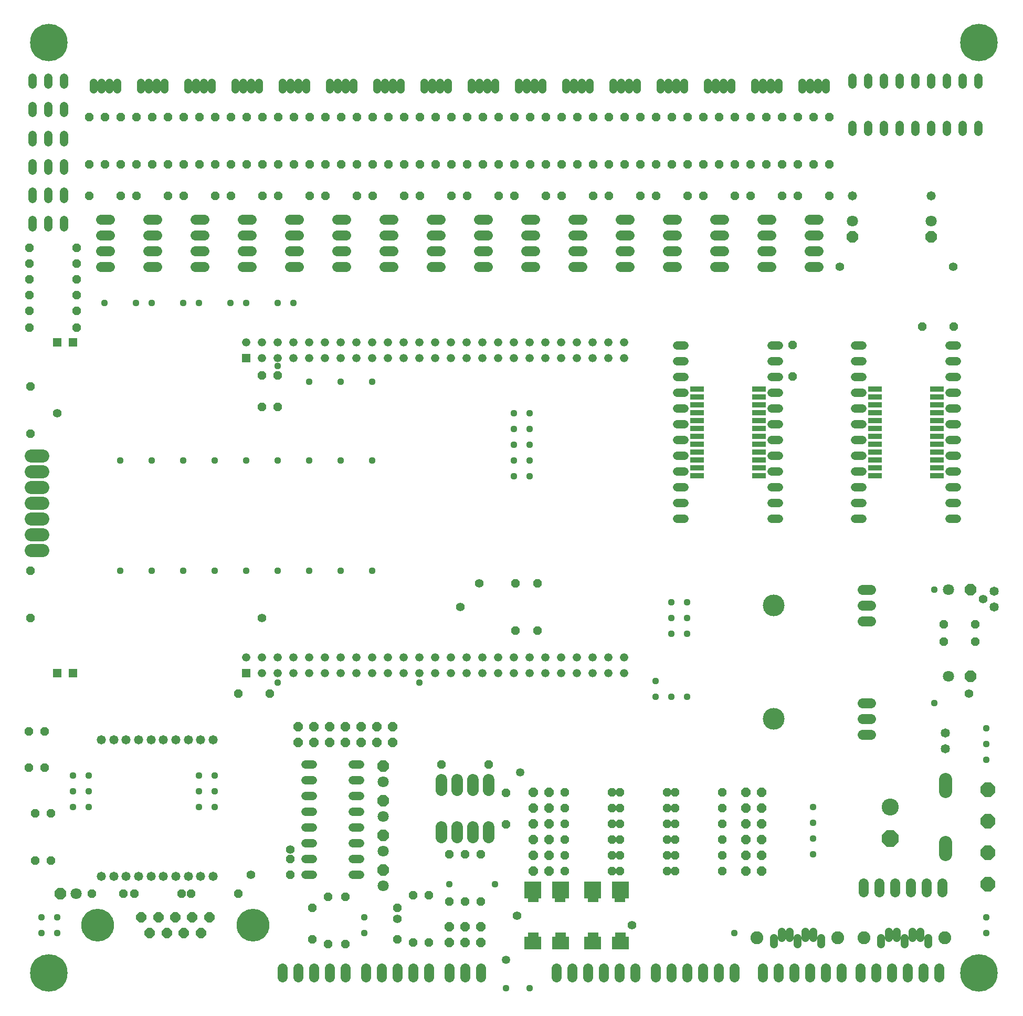
<source format=gbr>
G75*
%MOIN*%
%OFA0B0*%
%FSLAX24Y24*%
%IPPOS*%
%LPD*%
%AMOC8*
5,1,8,0,0,1.08239X$1,22.5*
%
%ADD10R,0.0521X0.0521*%
%ADD11C,0.0521*%
%ADD12C,0.0640*%
%ADD13OC8,0.0528*%
%ADD14C,0.0580*%
%ADD15OC8,0.0710*%
%ADD16C,0.0710*%
%ADD17C,0.1380*%
%ADD18C,0.0584*%
%ADD19OC8,0.0940*%
%ADD20R,0.0880X0.0340*%
%ADD21C,0.0528*%
%ADD22C,0.0500*%
%ADD23C,0.1080*%
%ADD24OC8,0.1080*%
%ADD25C,0.2380*%
%ADD26OC8,0.0584*%
%ADD27C,0.0486*%
%ADD28C,0.0822*%
%ADD29C,0.0740*%
%ADD30OC8,0.0640*%
%ADD31C,0.2080*%
%ADD32C,0.0840*%
%ADD33C,0.0820*%
%ADD34R,0.0686X0.0686*%
%ADD35R,0.1064X0.0789*%
%ADD36R,0.1064X0.1064*%
%ADD37C,0.0530*%
%ADD38C,0.0440*%
%ADD39C,0.0560*%
D10*
X004862Y023190D03*
X005862Y023190D03*
X016862Y023190D03*
X016862Y043190D03*
X005862Y044190D03*
X004862Y044190D03*
D11*
X016862Y044190D03*
X017862Y044190D03*
X018862Y044190D03*
X018862Y043190D03*
X017862Y043190D03*
X019862Y043190D03*
X020862Y043190D03*
X020862Y044190D03*
X019862Y044190D03*
X021862Y044190D03*
X022862Y044190D03*
X022862Y043190D03*
X021862Y043190D03*
X023862Y043190D03*
X024862Y043190D03*
X024862Y044190D03*
X023862Y044190D03*
X025862Y044190D03*
X026862Y044190D03*
X026862Y043190D03*
X025862Y043190D03*
X027862Y043190D03*
X028862Y043190D03*
X028862Y044190D03*
X027862Y044190D03*
X029862Y044190D03*
X030862Y044190D03*
X030862Y043190D03*
X029862Y043190D03*
X031862Y043190D03*
X032862Y043190D03*
X032862Y044190D03*
X031862Y044190D03*
X033862Y044190D03*
X034862Y044190D03*
X034862Y043190D03*
X033862Y043190D03*
X035862Y043190D03*
X036862Y043190D03*
X037862Y043190D03*
X037862Y044190D03*
X036862Y044190D03*
X035862Y044190D03*
X038862Y044190D03*
X039862Y044190D03*
X039862Y043190D03*
X038862Y043190D03*
X040862Y043190D03*
X040862Y044190D03*
X040862Y024190D03*
X040862Y023190D03*
X039862Y023190D03*
X038862Y023190D03*
X038862Y024190D03*
X039862Y024190D03*
X037862Y024190D03*
X036862Y024190D03*
X035862Y024190D03*
X035862Y023190D03*
X036862Y023190D03*
X037862Y023190D03*
X034862Y023190D03*
X033862Y023190D03*
X033862Y024190D03*
X034862Y024190D03*
X032862Y024190D03*
X031862Y024190D03*
X031862Y023190D03*
X032862Y023190D03*
X030862Y023190D03*
X029862Y023190D03*
X029862Y024190D03*
X030862Y024190D03*
X028862Y024190D03*
X027862Y024190D03*
X027862Y023190D03*
X028862Y023190D03*
X026862Y023190D03*
X025862Y023190D03*
X025862Y024190D03*
X026862Y024190D03*
X024862Y024190D03*
X023862Y024190D03*
X023862Y023190D03*
X024862Y023190D03*
X022862Y023190D03*
X021862Y023190D03*
X021862Y024190D03*
X022862Y024190D03*
X020862Y024190D03*
X019862Y024190D03*
X019862Y023190D03*
X020862Y023190D03*
X018862Y023190D03*
X017862Y023190D03*
X017862Y024190D03*
X018862Y024190D03*
X016862Y024190D03*
D12*
X019162Y004470D02*
X019162Y003910D01*
X020162Y003910D02*
X020162Y004470D01*
X021162Y004470D02*
X021162Y003910D01*
X022162Y003910D02*
X022162Y004470D01*
X023162Y004470D02*
X023162Y003910D01*
X024462Y003910D02*
X024462Y004470D01*
X025462Y004470D02*
X025462Y003910D01*
X026462Y003910D02*
X026462Y004470D01*
X027462Y004470D02*
X027462Y003910D01*
X028462Y003910D02*
X028462Y004470D01*
X029762Y004470D02*
X029762Y003910D01*
X030762Y003910D02*
X030762Y004470D01*
X031762Y004470D02*
X031762Y003910D01*
X036562Y003910D02*
X036562Y004470D01*
X037562Y004470D02*
X037562Y003910D01*
X038562Y003910D02*
X038562Y004470D01*
X039562Y004470D02*
X039562Y003910D01*
X040562Y003910D02*
X040562Y004470D01*
X041562Y004470D02*
X041562Y003910D01*
X042862Y003910D02*
X042862Y004470D01*
X043862Y004470D02*
X043862Y003910D01*
X044862Y003910D02*
X044862Y004470D01*
X045862Y004470D02*
X045862Y003910D01*
X046862Y003910D02*
X046862Y004470D01*
X047862Y004470D02*
X047862Y003910D01*
X049662Y003910D02*
X049662Y004470D01*
X050662Y004470D02*
X050662Y003910D01*
X051662Y003910D02*
X051662Y004470D01*
X052662Y004470D02*
X052662Y003910D01*
X053662Y003910D02*
X053662Y004470D01*
X054662Y004470D02*
X054662Y003910D01*
X055862Y003910D02*
X055862Y004470D01*
X056862Y004470D02*
X056862Y003910D01*
X057862Y003910D02*
X057862Y004470D01*
X058862Y004470D02*
X058862Y003910D01*
X059862Y003910D02*
X059862Y004470D01*
X060862Y004470D02*
X060862Y003910D01*
X061062Y009310D02*
X061062Y009870D01*
X060062Y009870D02*
X060062Y009310D01*
X059062Y009310D02*
X059062Y009870D01*
X058062Y009870D02*
X058062Y009310D01*
X057062Y009310D02*
X057062Y009870D01*
X056062Y009870D02*
X056062Y009310D01*
X055982Y019290D02*
X056542Y019290D01*
X056542Y020290D02*
X055982Y020290D01*
X055982Y021290D02*
X056542Y021290D01*
X056542Y026490D02*
X055982Y026490D01*
X055982Y027490D02*
X056542Y027490D01*
X056542Y028490D02*
X055982Y028490D01*
X053192Y048990D02*
X052632Y048990D01*
X052632Y049990D02*
X053192Y049990D01*
X053192Y050990D02*
X052632Y050990D01*
X052632Y051990D02*
X053192Y051990D01*
X050192Y051990D02*
X049632Y051990D01*
X049632Y050990D02*
X050192Y050990D01*
X050192Y049990D02*
X049632Y049990D01*
X049632Y048990D02*
X050192Y048990D01*
X047192Y048990D02*
X046632Y048990D01*
X046632Y049990D02*
X047192Y049990D01*
X047192Y050990D02*
X046632Y050990D01*
X046632Y051990D02*
X047192Y051990D01*
X044192Y051990D02*
X043632Y051990D01*
X043632Y050990D02*
X044192Y050990D01*
X044192Y049990D02*
X043632Y049990D01*
X043632Y048990D02*
X044192Y048990D01*
X041192Y048990D02*
X040632Y048990D01*
X040632Y049990D02*
X041192Y049990D01*
X041192Y050990D02*
X040632Y050990D01*
X040632Y051990D02*
X041192Y051990D01*
X038192Y051990D02*
X037632Y051990D01*
X037632Y050990D02*
X038192Y050990D01*
X038192Y049990D02*
X037632Y049990D01*
X037632Y048990D02*
X038192Y048990D01*
X035192Y048990D02*
X034632Y048990D01*
X034632Y049990D02*
X035192Y049990D01*
X035192Y050990D02*
X034632Y050990D01*
X034632Y051990D02*
X035192Y051990D01*
X032192Y051990D02*
X031632Y051990D01*
X031632Y050990D02*
X032192Y050990D01*
X032192Y049990D02*
X031632Y049990D01*
X031632Y048990D02*
X032192Y048990D01*
X029192Y048990D02*
X028632Y048990D01*
X028632Y049990D02*
X029192Y049990D01*
X029192Y050990D02*
X028632Y050990D01*
X028632Y051990D02*
X029192Y051990D01*
X026192Y051990D02*
X025632Y051990D01*
X025632Y050990D02*
X026192Y050990D01*
X026192Y049990D02*
X025632Y049990D01*
X025632Y048990D02*
X026192Y048990D01*
X023192Y048990D02*
X022632Y048990D01*
X022632Y049990D02*
X023192Y049990D01*
X023192Y050990D02*
X022632Y050990D01*
X022632Y051990D02*
X023192Y051990D01*
X020192Y051990D02*
X019632Y051990D01*
X019632Y050990D02*
X020192Y050990D01*
X020192Y049990D02*
X019632Y049990D01*
X019632Y048990D02*
X020192Y048990D01*
X017192Y048990D02*
X016632Y048990D01*
X016632Y049990D02*
X017192Y049990D01*
X017192Y050990D02*
X016632Y050990D01*
X016632Y051990D02*
X017192Y051990D01*
X014192Y051990D02*
X013632Y051990D01*
X013632Y050990D02*
X014192Y050990D01*
X014192Y049990D02*
X013632Y049990D01*
X013632Y048990D02*
X014192Y048990D01*
X011192Y048990D02*
X010632Y048990D01*
X010632Y049990D02*
X011192Y049990D01*
X011192Y050990D02*
X010632Y050990D01*
X010632Y051990D02*
X011192Y051990D01*
X008192Y051990D02*
X007632Y051990D01*
X007632Y050990D02*
X008192Y050990D01*
X008192Y049990D02*
X007632Y049990D01*
X007632Y048990D02*
X008192Y048990D01*
D13*
X006112Y049190D03*
X006112Y048190D03*
X006112Y047190D03*
X006112Y046190D03*
X006112Y045140D03*
X003112Y045140D03*
X003112Y046190D03*
X003112Y047190D03*
X003112Y048190D03*
X003112Y049190D03*
X003112Y050190D03*
X006112Y050190D03*
X006912Y053490D03*
X008912Y053490D03*
X009912Y053490D03*
X011912Y053490D03*
X012912Y053490D03*
X014912Y053490D03*
X015912Y053490D03*
X017912Y053490D03*
X018912Y053490D03*
X020912Y053490D03*
X021912Y053490D03*
X023912Y053490D03*
X024912Y053490D03*
X026912Y053490D03*
X027912Y053490D03*
X029912Y053490D03*
X030912Y053490D03*
X032912Y053490D03*
X033912Y053490D03*
X035912Y053490D03*
X036912Y053490D03*
X038912Y053490D03*
X039912Y053490D03*
X041912Y053490D03*
X042912Y053490D03*
X044912Y053490D03*
X045912Y053490D03*
X047912Y053490D03*
X048912Y053490D03*
X050912Y053490D03*
X051912Y053490D03*
X053912Y053490D03*
X053912Y055490D03*
X052912Y055490D03*
X051912Y055490D03*
X050912Y055490D03*
X049912Y055490D03*
X048912Y055490D03*
X047912Y055490D03*
X046912Y055490D03*
X045912Y055490D03*
X044912Y055490D03*
X043912Y055490D03*
X042912Y055490D03*
X041912Y055490D03*
X040912Y055490D03*
X039912Y055490D03*
X038912Y055490D03*
X037912Y055490D03*
X036912Y055490D03*
X035912Y055490D03*
X034912Y055490D03*
X033912Y055490D03*
X032912Y055490D03*
X031912Y055490D03*
X030912Y055490D03*
X029912Y055490D03*
X028912Y055490D03*
X027912Y055490D03*
X026912Y055490D03*
X025912Y055490D03*
X024912Y055490D03*
X023912Y055490D03*
X022912Y055490D03*
X021912Y055490D03*
X020912Y055490D03*
X019912Y055490D03*
X018912Y055490D03*
X017912Y055490D03*
X016912Y055490D03*
X015912Y055490D03*
X014912Y055490D03*
X013912Y055490D03*
X012912Y055490D03*
X011912Y055490D03*
X010912Y055490D03*
X009912Y055490D03*
X008912Y055490D03*
X007912Y055490D03*
X006912Y055490D03*
X006912Y058490D03*
X007912Y058490D03*
X008912Y058490D03*
X009912Y058490D03*
X010912Y058490D03*
X011912Y058490D03*
X012912Y058490D03*
X013912Y058490D03*
X014912Y058490D03*
X015912Y058490D03*
X016912Y058490D03*
X017912Y058490D03*
X018912Y058490D03*
X019912Y058490D03*
X020912Y058490D03*
X021912Y058490D03*
X022912Y058490D03*
X023912Y058490D03*
X024912Y058490D03*
X025912Y058490D03*
X026912Y058490D03*
X027912Y058490D03*
X028912Y058490D03*
X029912Y058490D03*
X030912Y058490D03*
X031912Y058490D03*
X032912Y058490D03*
X033912Y058490D03*
X034912Y058490D03*
X035912Y058490D03*
X036912Y058490D03*
X037912Y058490D03*
X038912Y058490D03*
X039912Y058490D03*
X040912Y058490D03*
X041912Y058490D03*
X042912Y058490D03*
X043912Y058490D03*
X044912Y058490D03*
X045912Y058490D03*
X046912Y058490D03*
X047912Y058490D03*
X048912Y058490D03*
X049912Y058490D03*
X050912Y058490D03*
X051912Y058490D03*
X052912Y058490D03*
X053912Y058490D03*
X059812Y045190D03*
X061812Y045190D03*
X051562Y044040D03*
X051562Y042040D03*
X061162Y026290D03*
X061162Y025190D03*
X063162Y025190D03*
X063162Y026290D03*
X047112Y015640D03*
X047112Y014640D03*
X047112Y013640D03*
X047112Y012640D03*
X047112Y011640D03*
X047112Y010640D03*
X044112Y010640D03*
X043612Y010640D03*
X043612Y011640D03*
X044112Y011640D03*
X044112Y012640D03*
X043612Y012640D03*
X043612Y013640D03*
X044112Y013640D03*
X044112Y014640D03*
X043612Y014640D03*
X043612Y015640D03*
X044112Y015640D03*
X040612Y015640D03*
X040112Y015640D03*
X040112Y014640D03*
X040612Y014640D03*
X040612Y013640D03*
X040112Y013640D03*
X040112Y012640D03*
X040612Y012640D03*
X040612Y011640D03*
X040112Y011640D03*
X040112Y010640D03*
X040612Y010640D03*
X037112Y010640D03*
X037112Y011640D03*
X037112Y012640D03*
X037112Y013640D03*
X037112Y014640D03*
X037112Y015640D03*
X033362Y015590D03*
X032262Y017390D03*
X029262Y017390D03*
X033362Y013590D03*
X031762Y011690D03*
X030762Y011690D03*
X029762Y011690D03*
X028462Y009090D03*
X027462Y009090D03*
X026462Y008290D03*
X026462Y006290D03*
X027462Y006090D03*
X028462Y006090D03*
X029762Y008690D03*
X030762Y008690D03*
X031762Y008690D03*
X023162Y008990D03*
X022062Y008990D03*
X021062Y008290D03*
X021062Y006290D03*
X022062Y005990D03*
X023162Y005990D03*
X019662Y010390D03*
X019662Y011390D03*
X016362Y009190D03*
X013362Y009190D03*
X012762Y009190D03*
X009762Y009190D03*
X009062Y009190D03*
X007062Y009190D03*
X004462Y011290D03*
X003462Y011290D03*
X003462Y014290D03*
X004462Y014290D03*
X004062Y017190D03*
X003062Y017190D03*
X003062Y019490D03*
X004062Y019490D03*
X003162Y026690D03*
X003162Y029690D03*
X003162Y038390D03*
X003162Y041390D03*
X017862Y042090D03*
X018862Y042090D03*
X018862Y040090D03*
X017862Y040090D03*
X033962Y028890D03*
X035362Y028890D03*
X035362Y025890D03*
X033962Y025890D03*
X018362Y021890D03*
X016362Y021890D03*
D14*
X014755Y018971D03*
X013967Y018971D03*
X013180Y018971D03*
X012393Y018971D03*
X011605Y018971D03*
X010818Y018971D03*
X010030Y018971D03*
X009243Y018971D03*
X008456Y018971D03*
X007668Y018971D03*
X007668Y010309D03*
X008456Y010309D03*
X009243Y010309D03*
X010030Y010309D03*
X010818Y010309D03*
X011605Y010309D03*
X012393Y010309D03*
X013180Y010309D03*
X013967Y010309D03*
X014755Y010309D03*
X055362Y053490D03*
X060362Y053490D03*
D15*
X060362Y050890D03*
X055362Y050890D03*
X062862Y028490D03*
X062862Y022990D03*
X025562Y017290D03*
X025562Y015090D03*
X025562Y012890D03*
X025562Y010690D03*
X005062Y009190D03*
D16*
X006062Y009190D03*
X025562Y009690D03*
X025562Y011890D03*
X025562Y014090D03*
X025562Y016290D03*
X055362Y051890D03*
X060362Y051890D03*
X061462Y028490D03*
X061462Y022990D03*
D17*
X050362Y020290D03*
X050362Y027490D03*
D18*
X061262Y019390D03*
X061262Y018390D03*
X064362Y027390D03*
X064362Y028390D03*
D19*
X063962Y015790D03*
X063962Y013790D03*
X063962Y011790D03*
X063962Y009790D03*
D20*
X060742Y035740D03*
X060742Y036240D03*
X060742Y036740D03*
X060742Y037240D03*
X060742Y037740D03*
X060742Y038240D03*
X060742Y038740D03*
X060742Y039240D03*
X060742Y039740D03*
X060742Y040240D03*
X060742Y040740D03*
X060742Y041240D03*
X056782Y041240D03*
X056782Y040740D03*
X056782Y040240D03*
X056782Y039740D03*
X056782Y039240D03*
X056782Y038740D03*
X056782Y038240D03*
X056782Y037740D03*
X056782Y037240D03*
X056782Y036740D03*
X056782Y036240D03*
X056782Y035740D03*
X049442Y035740D03*
X049442Y036240D03*
X049442Y036740D03*
X049442Y037240D03*
X049442Y037740D03*
X049442Y038240D03*
X049442Y038740D03*
X049442Y039240D03*
X049442Y039740D03*
X049442Y040240D03*
X049442Y040740D03*
X049442Y041240D03*
X045482Y041240D03*
X045482Y040740D03*
X045482Y040240D03*
X045482Y039740D03*
X045482Y039240D03*
X045482Y038740D03*
X045482Y038240D03*
X045482Y037740D03*
X045482Y037240D03*
X045482Y036740D03*
X045482Y036240D03*
X045482Y035740D03*
D21*
X044686Y035990D02*
X044238Y035990D01*
X044238Y034990D02*
X044686Y034990D01*
X044686Y033990D02*
X044238Y033990D01*
X044238Y032990D02*
X044686Y032990D01*
X044686Y036990D02*
X044238Y036990D01*
X044238Y037990D02*
X044686Y037990D01*
X044686Y038990D02*
X044238Y038990D01*
X044238Y039990D02*
X044686Y039990D01*
X044686Y040990D02*
X044238Y040990D01*
X044238Y041990D02*
X044686Y041990D01*
X044686Y042990D02*
X044238Y042990D01*
X044238Y043990D02*
X044686Y043990D01*
X050238Y043990D02*
X050686Y043990D01*
X050686Y042990D02*
X050238Y042990D01*
X050238Y041990D02*
X050686Y041990D01*
X050686Y040990D02*
X050238Y040990D01*
X050238Y039990D02*
X050686Y039990D01*
X050686Y038990D02*
X050238Y038990D01*
X050238Y037990D02*
X050686Y037990D01*
X050686Y036990D02*
X050238Y036990D01*
X050238Y035990D02*
X050686Y035990D01*
X050686Y034990D02*
X050238Y034990D01*
X050238Y033990D02*
X050686Y033990D01*
X050686Y032990D02*
X050238Y032990D01*
X055538Y032990D02*
X055986Y032990D01*
X055986Y033990D02*
X055538Y033990D01*
X055538Y034990D02*
X055986Y034990D01*
X055986Y035990D02*
X055538Y035990D01*
X055538Y036990D02*
X055986Y036990D01*
X055986Y037990D02*
X055538Y037990D01*
X055538Y038990D02*
X055986Y038990D01*
X055986Y039990D02*
X055538Y039990D01*
X055538Y040990D02*
X055986Y040990D01*
X055986Y041990D02*
X055538Y041990D01*
X055538Y042990D02*
X055986Y042990D01*
X055986Y043990D02*
X055538Y043990D01*
X061538Y043990D02*
X061986Y043990D01*
X061986Y042990D02*
X061538Y042990D01*
X061538Y041990D02*
X061986Y041990D01*
X061986Y040990D02*
X061538Y040990D01*
X061538Y039990D02*
X061986Y039990D01*
X061986Y038990D02*
X061538Y038990D01*
X061538Y037990D02*
X061986Y037990D01*
X061986Y036990D02*
X061538Y036990D01*
X061538Y035990D02*
X061986Y035990D01*
X061986Y034990D02*
X061538Y034990D01*
X061538Y033990D02*
X061986Y033990D01*
X061986Y032990D02*
X061538Y032990D01*
X061362Y057566D02*
X061362Y058014D01*
X060362Y058014D02*
X060362Y057566D01*
X059362Y057566D02*
X059362Y058014D01*
X058362Y058014D02*
X058362Y057566D01*
X057362Y057566D02*
X057362Y058014D01*
X056362Y058014D02*
X056362Y057566D01*
X055362Y057566D02*
X055362Y058014D01*
X055362Y060566D02*
X055362Y061014D01*
X056362Y061014D02*
X056362Y060566D01*
X057362Y060566D02*
X057362Y061014D01*
X058362Y061014D02*
X058362Y060566D01*
X059362Y060566D02*
X059362Y061014D01*
X060362Y061014D02*
X060362Y060566D01*
X061362Y060566D02*
X061362Y061014D01*
X062362Y061014D02*
X062362Y060566D01*
X063362Y060566D02*
X063362Y061014D01*
X063362Y058014D02*
X063362Y057566D01*
X062362Y057566D02*
X062362Y058014D01*
X024086Y017390D02*
X023638Y017390D01*
X023638Y016390D02*
X024086Y016390D01*
X024086Y015390D02*
X023638Y015390D01*
X023638Y014390D02*
X024086Y014390D01*
X024086Y013390D02*
X023638Y013390D01*
X023638Y012390D02*
X024086Y012390D01*
X024086Y011390D02*
X023638Y011390D01*
X023638Y010390D02*
X024086Y010390D01*
X021086Y010390D02*
X020638Y010390D01*
X020638Y011390D02*
X021086Y011390D01*
X021086Y012390D02*
X020638Y012390D01*
X020638Y013390D02*
X021086Y013390D01*
X021086Y014390D02*
X020638Y014390D01*
X020638Y015390D02*
X021086Y015390D01*
X021086Y016390D02*
X020638Y016390D01*
X020638Y017390D02*
X021086Y017390D01*
X005312Y051516D02*
X005312Y051964D01*
X004312Y051964D02*
X004312Y051516D01*
X003312Y051516D02*
X003312Y051964D01*
X003312Y053316D02*
X003312Y053764D01*
X003312Y055116D02*
X003312Y055564D01*
X004312Y055564D02*
X004312Y055116D01*
X005312Y055116D02*
X005312Y055564D01*
X005312Y056916D02*
X005312Y057364D01*
X004312Y057364D02*
X004312Y056916D01*
X003312Y056916D02*
X003312Y057364D01*
X003312Y058766D02*
X003312Y059214D01*
X004312Y059214D02*
X004312Y058766D01*
X005312Y058766D02*
X005312Y059214D01*
X005312Y060566D02*
X005312Y061014D01*
X004312Y061014D02*
X004312Y060566D01*
X003312Y060566D02*
X003312Y061014D01*
X004312Y053764D02*
X004312Y053316D01*
X005312Y053316D02*
X005312Y053764D01*
D22*
X007162Y060280D02*
X007162Y060700D01*
X007662Y060700D02*
X007662Y060280D01*
X008162Y060280D02*
X008162Y060700D01*
X008662Y060700D02*
X008662Y060280D01*
X010162Y060280D02*
X010162Y060700D01*
X010662Y060700D02*
X010662Y060280D01*
X011162Y060280D02*
X011162Y060700D01*
X011662Y060700D02*
X011662Y060280D01*
X013162Y060280D02*
X013162Y060700D01*
X013662Y060700D02*
X013662Y060280D01*
X014162Y060280D02*
X014162Y060700D01*
X014662Y060700D02*
X014662Y060280D01*
X016162Y060280D02*
X016162Y060700D01*
X016662Y060700D02*
X016662Y060280D01*
X017162Y060280D02*
X017162Y060700D01*
X017662Y060700D02*
X017662Y060280D01*
X019162Y060280D02*
X019162Y060700D01*
X019662Y060700D02*
X019662Y060280D01*
X020162Y060280D02*
X020162Y060700D01*
X020662Y060700D02*
X020662Y060280D01*
X022162Y060280D02*
X022162Y060700D01*
X022662Y060700D02*
X022662Y060280D01*
X023162Y060280D02*
X023162Y060700D01*
X023662Y060700D02*
X023662Y060280D01*
X025162Y060280D02*
X025162Y060700D01*
X025662Y060700D02*
X025662Y060280D01*
X026162Y060280D02*
X026162Y060700D01*
X026662Y060700D02*
X026662Y060280D01*
X028162Y060280D02*
X028162Y060700D01*
X028662Y060700D02*
X028662Y060280D01*
X029162Y060280D02*
X029162Y060700D01*
X029662Y060700D02*
X029662Y060280D01*
X031162Y060280D02*
X031162Y060700D01*
X031662Y060700D02*
X031662Y060280D01*
X032162Y060280D02*
X032162Y060700D01*
X032662Y060700D02*
X032662Y060280D01*
X034162Y060280D02*
X034162Y060700D01*
X034662Y060700D02*
X034662Y060280D01*
X035162Y060280D02*
X035162Y060700D01*
X035662Y060700D02*
X035662Y060280D01*
X037162Y060280D02*
X037162Y060700D01*
X037662Y060700D02*
X037662Y060280D01*
X038162Y060280D02*
X038162Y060700D01*
X038662Y060700D02*
X038662Y060280D01*
X040162Y060280D02*
X040162Y060700D01*
X040662Y060700D02*
X040662Y060280D01*
X041162Y060280D02*
X041162Y060700D01*
X041662Y060700D02*
X041662Y060280D01*
X043162Y060280D02*
X043162Y060700D01*
X043662Y060700D02*
X043662Y060280D01*
X044162Y060280D02*
X044162Y060700D01*
X044662Y060700D02*
X044662Y060280D01*
X046162Y060280D02*
X046162Y060700D01*
X046662Y060700D02*
X046662Y060280D01*
X047162Y060280D02*
X047162Y060700D01*
X047662Y060700D02*
X047662Y060280D01*
X049162Y060280D02*
X049162Y060700D01*
X049662Y060700D02*
X049662Y060280D01*
X050162Y060280D02*
X050162Y060700D01*
X050662Y060700D02*
X050662Y060280D01*
X052162Y060280D02*
X052162Y060700D01*
X052662Y060700D02*
X052662Y060280D01*
X053162Y060280D02*
X053162Y060700D01*
X053662Y060700D02*
X053662Y060280D01*
D23*
X057762Y014690D03*
D24*
X057762Y012690D03*
D25*
X004334Y004162D03*
X004334Y063218D03*
X063389Y063218D03*
X063389Y004162D03*
D26*
X049612Y010640D03*
X049612Y011640D03*
X049612Y012640D03*
X049612Y013640D03*
X049612Y014640D03*
X049612Y015640D03*
X048612Y015640D03*
X048612Y014640D03*
X048612Y013640D03*
X048612Y012640D03*
X048612Y011640D03*
X048612Y010640D03*
X036112Y010640D03*
X036112Y011640D03*
X036112Y012640D03*
X036112Y013640D03*
X036112Y014640D03*
X036112Y015640D03*
X035112Y015640D03*
X035112Y014640D03*
X035112Y013640D03*
X035112Y012640D03*
X035112Y011640D03*
X035112Y010640D03*
X031762Y007090D03*
X031762Y006090D03*
X030762Y006090D03*
X030762Y007090D03*
X029762Y007090D03*
X029762Y006090D03*
X026162Y018790D03*
X025162Y018790D03*
X025162Y019790D03*
X026162Y019790D03*
X024162Y019790D03*
X023162Y019790D03*
X023162Y018790D03*
X024162Y018790D03*
X022162Y018790D03*
X021162Y018790D03*
X021162Y019790D03*
X022162Y019790D03*
X020162Y019790D03*
X020162Y018790D03*
D27*
X050362Y006396D02*
X050362Y005990D01*
X050862Y006384D02*
X050862Y006790D01*
X051362Y006790D02*
X051362Y006384D01*
X051862Y006396D02*
X051862Y005990D01*
X052362Y006384D02*
X052362Y006790D01*
X052862Y006790D02*
X052862Y006384D01*
X053362Y006396D02*
X053362Y005990D01*
X057162Y005990D02*
X057162Y006396D01*
X057662Y006384D02*
X057662Y006790D01*
X058162Y006790D02*
X058162Y006384D01*
X058662Y006396D02*
X058662Y005990D01*
X059162Y006384D02*
X059162Y006790D01*
X059662Y006790D02*
X059662Y006384D01*
X060162Y006396D02*
X060162Y005990D01*
D28*
X061217Y006390D03*
X056107Y006390D03*
X054417Y006390D03*
X049307Y006390D03*
D29*
X032262Y012760D02*
X032262Y013420D01*
X031262Y013420D02*
X031262Y012760D01*
X030262Y012760D02*
X030262Y013420D01*
X029262Y013420D02*
X029262Y012760D01*
X029262Y015760D02*
X029262Y016420D01*
X030262Y016420D02*
X030262Y015760D01*
X031262Y015760D02*
X031262Y016420D01*
X032262Y016420D02*
X032262Y015760D01*
D30*
X014522Y007690D03*
X013982Y006690D03*
X012902Y006690D03*
X013442Y007690D03*
X012362Y007690D03*
X011822Y006690D03*
X011282Y007690D03*
X010202Y007690D03*
X010742Y006690D03*
D31*
X007432Y007190D03*
X017292Y007190D03*
D32*
X061262Y011710D02*
X061262Y012470D01*
X061262Y015710D02*
X061262Y016470D01*
D33*
X003932Y030990D02*
X003192Y030990D01*
X003192Y031990D02*
X003932Y031990D01*
X003932Y032990D02*
X003192Y032990D01*
X003192Y033990D02*
X003932Y033990D01*
X003932Y034990D02*
X003192Y034990D01*
X003192Y035990D02*
X003932Y035990D01*
X003932Y036990D02*
X003192Y036990D01*
D34*
X035095Y008989D03*
X036788Y008989D03*
X038895Y008989D03*
X040588Y008989D03*
X040628Y006391D03*
X038895Y006391D03*
X036828Y006391D03*
X035095Y006391D03*
D35*
X035062Y006054D03*
X036822Y006054D03*
X038862Y006054D03*
X040622Y006054D03*
D36*
X040622Y009444D03*
X038862Y009444D03*
X036822Y009444D03*
X035062Y009444D03*
D37*
X033362Y004990D03*
X034262Y016890D03*
D38*
X027862Y022590D03*
X024862Y029690D03*
X022862Y029690D03*
X020862Y029690D03*
X018862Y029690D03*
X016862Y029690D03*
X014862Y029690D03*
X012862Y029690D03*
X010862Y029690D03*
X008862Y029690D03*
X008862Y036690D03*
X010862Y036690D03*
X012862Y036690D03*
X014862Y036690D03*
X016862Y036690D03*
X018862Y036690D03*
X020862Y036690D03*
X022862Y036690D03*
X024862Y036690D03*
X024862Y041690D03*
X022862Y041690D03*
X020862Y041690D03*
X018862Y042690D03*
X018862Y046690D03*
X019862Y046690D03*
X016862Y046690D03*
X015862Y046690D03*
X013862Y046690D03*
X012862Y046690D03*
X010862Y046690D03*
X009862Y046690D03*
X007862Y046690D03*
X018862Y022590D03*
X014862Y016690D03*
X013862Y016690D03*
X013862Y015690D03*
X014862Y015690D03*
X014862Y014690D03*
X013862Y014690D03*
X006862Y014690D03*
X006862Y015690D03*
X006862Y016690D03*
X005862Y016690D03*
X005862Y015690D03*
X005862Y014690D03*
X004862Y007690D03*
X004862Y006690D03*
X003862Y006690D03*
X003862Y007690D03*
X024362Y007690D03*
X024362Y006690D03*
X029762Y009790D03*
X032662Y009790D03*
X033362Y003190D03*
X034862Y003190D03*
X047862Y006690D03*
X052862Y011690D03*
X052862Y012690D03*
X052862Y013690D03*
X052862Y014690D03*
X060562Y021290D03*
X063862Y019690D03*
X063862Y018690D03*
X063862Y017690D03*
X063862Y007690D03*
X063862Y006690D03*
X044862Y021690D03*
X043862Y021690D03*
X042862Y021690D03*
X042862Y022690D03*
X043862Y025690D03*
X043862Y026690D03*
X044862Y026690D03*
X044862Y025690D03*
X044862Y027690D03*
X043862Y027690D03*
X034862Y035690D03*
X034862Y036690D03*
X034862Y037690D03*
X033862Y037690D03*
X033862Y036690D03*
X033862Y035690D03*
X033862Y038690D03*
X034862Y038690D03*
X034862Y039690D03*
X033862Y039690D03*
X060562Y028490D03*
D39*
X063662Y027890D03*
X062762Y021890D03*
X041362Y007190D03*
X034062Y007790D03*
X026462Y007590D03*
X019662Y011990D03*
X017162Y010390D03*
X017862Y026690D03*
X030462Y027390D03*
X031662Y028890D03*
X054562Y048990D03*
X061762Y048990D03*
X004862Y039690D03*
M02*

</source>
